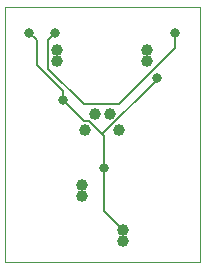
<source format=gbl>
G75*
%MOIN*%
%OFA0B0*%
%FSLAX24Y24*%
%IPPOS*%
%LPD*%
%AMOC8*
5,1,8,0,0,1.08239X$1,22.5*
%
%ADD10C,0.0000*%
%ADD11C,0.0397*%
%ADD12C,0.0317*%
%ADD13C,0.0060*%
D10*
X002392Y002517D02*
X002392Y011017D01*
X008892Y011017D01*
X008892Y002517D01*
X002392Y002517D01*
D11*
X004954Y004704D03*
X004954Y005079D03*
X006329Y003579D03*
X006329Y003204D03*
X006204Y006892D03*
X005892Y007454D03*
X005392Y007454D03*
X005079Y006892D03*
X004142Y009204D03*
X004142Y009579D03*
X007142Y009579D03*
X007142Y009204D03*
D12*
X007454Y008642D03*
X008079Y010142D03*
X004329Y007892D03*
X004079Y010142D03*
X003204Y010142D03*
X005704Y005642D03*
D13*
X005704Y006704D01*
X005642Y006767D01*
X007454Y008579D01*
X007454Y008642D01*
X008079Y009642D02*
X006204Y007767D01*
X005017Y007767D01*
X003829Y008954D01*
X003829Y009892D01*
X004079Y010142D01*
X003454Y009892D02*
X003454Y009079D01*
X004329Y008204D01*
X004329Y007892D01*
X005017Y007204D01*
X005204Y007204D01*
X005642Y006767D01*
X005704Y005642D02*
X005704Y004204D01*
X006329Y003579D01*
X008079Y009642D02*
X008079Y010142D01*
X003454Y009892D02*
X003204Y010142D01*
M02*

</source>
